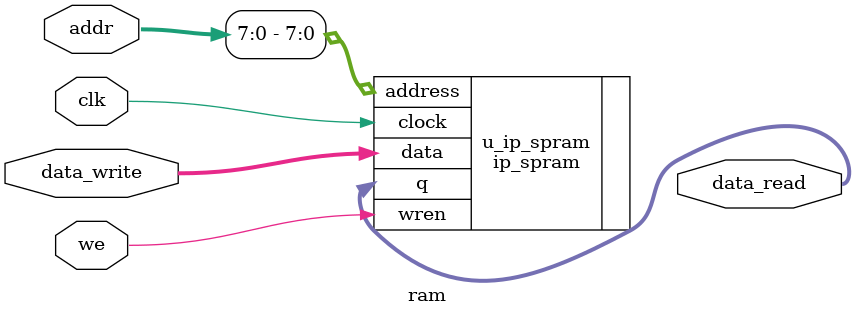
<source format=v>
`define __QUARTUS__
`ifdef __QUARTUS__
    `define __IP_SPRAM__
`endif

module ram(
        input   wire            clk,
        input   wire            we,
        input   wire    [31:0]  addr,
        output  wire    [31:0]  data_read,
        input   wire    [31:0]  data_write
    );

    `ifndef __IP_SPRAM__
        reg [31:0] ram_block[255:0];
        
        assign data_read = ram_block[addr[7:0]];
        
        always @(posedge clk)
        begin
            if(we && (addr[31:8] == 24'h0))
                ram_block[addr[7:0]] <= data_write;
        end
    `else
        // use ip_spram
        ip_spram	u_ip_spram (
        .address    (   addr[7:0]       ),
        .clock      (   clk             ),
        .data       (   data_write      ),
        .wren       (   we              ),
        .q          (   data_read       )
        );
    `endif

endmodule // ram
</source>
